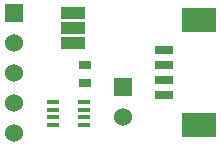
<source format=gts>
%FSLAX46Y46*%
G04 Gerber Fmt 4.6, Leading zero omitted, Abs format (unit mm)*
G04 Created by KiCad (PCBNEW (2014-10-22 BZR 5214)-product) date Son 07 Dez 2014 11:41:12 CET*
%MOMM*%
G01*
G04 APERTURE LIST*
%ADD10C,0.150000*%
%ADD11R,1.600000X0.800000*%
%ADD12R,3.000000X2.100000*%
%ADD13R,1.000000X0.650000*%
%ADD14R,1.000000X0.450000*%
%ADD15R,2.000000X1.000000*%
%ADD16R,1.524000X1.524000*%
%ADD17C,1.524000*%
G04 APERTURE END LIST*
D10*
D11*
X35100000Y-24625000D03*
X35100000Y-25875000D03*
X35100000Y-27125000D03*
X35100000Y-28375000D03*
D12*
X38000000Y-30925000D03*
X38000000Y-22075000D03*
D13*
X28400000Y-25850000D03*
X28400000Y-27350000D03*
D14*
X28300000Y-29000000D03*
X28300000Y-29650000D03*
X28300000Y-30300000D03*
X28300000Y-30950000D03*
X25700000Y-30950000D03*
X25700000Y-30300000D03*
X25700000Y-29650000D03*
X25700000Y-29000000D03*
D15*
X27400000Y-22700000D03*
X27400000Y-21430000D03*
X27400000Y-23970000D03*
D16*
X22400000Y-21420000D03*
D17*
X22400000Y-23960000D03*
X22400000Y-26500000D03*
X22400000Y-29040000D03*
X22400000Y-31580000D03*
D16*
X31600000Y-27730000D03*
D17*
X31600000Y-30270000D03*
M02*

</source>
